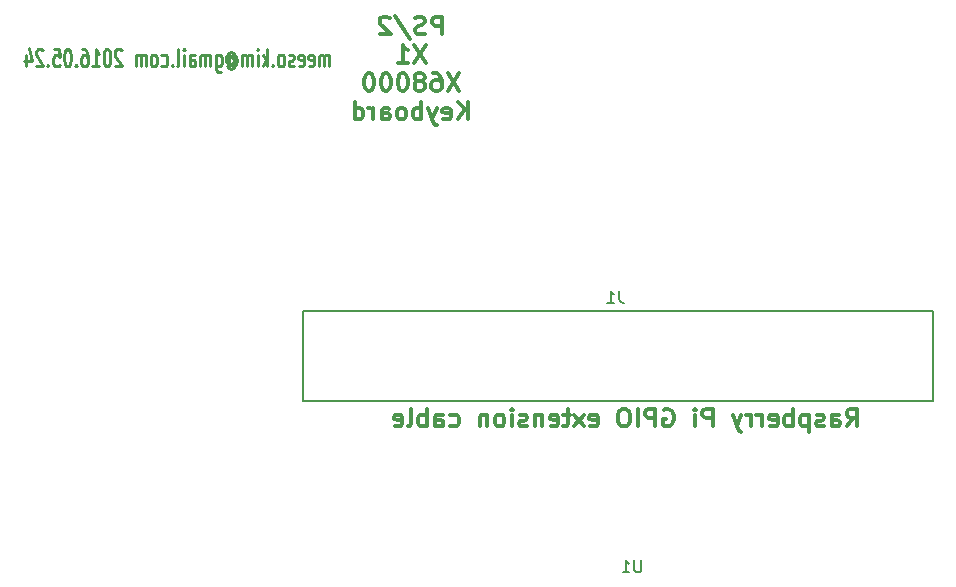
<source format=gbo>
G04 #@! TF.FileFunction,Legend,Bot*
%FSLAX46Y46*%
G04 Gerber Fmt 4.6, Leading zero omitted, Abs format (unit mm)*
G04 Created by KiCad (PCBNEW 4.0.2-stable) date 2016-05-24 오전 1:59:57*
%MOMM*%
G01*
G04 APERTURE LIST*
%ADD10C,0.100000*%
%ADD11C,0.250000*%
%ADD12C,0.300000*%
%ADD13C,0.150000*%
G04 APERTURE END LIST*
D10*
D11*
X120426142Y-68750571D02*
X120426142Y-67750571D01*
X120426142Y-67893429D02*
X120378523Y-67822000D01*
X120283285Y-67750571D01*
X120140427Y-67750571D01*
X120045189Y-67822000D01*
X119997570Y-67964857D01*
X119997570Y-68750571D01*
X119997570Y-67964857D02*
X119949951Y-67822000D01*
X119854713Y-67750571D01*
X119711856Y-67750571D01*
X119616618Y-67822000D01*
X119568999Y-67964857D01*
X119568999Y-68750571D01*
X118711856Y-68679143D02*
X118807094Y-68750571D01*
X118997571Y-68750571D01*
X119092809Y-68679143D01*
X119140428Y-68536286D01*
X119140428Y-67964857D01*
X119092809Y-67822000D01*
X118997571Y-67750571D01*
X118807094Y-67750571D01*
X118711856Y-67822000D01*
X118664237Y-67964857D01*
X118664237Y-68107714D01*
X119140428Y-68250571D01*
X117854713Y-68679143D02*
X117949951Y-68750571D01*
X118140428Y-68750571D01*
X118235666Y-68679143D01*
X118283285Y-68536286D01*
X118283285Y-67964857D01*
X118235666Y-67822000D01*
X118140428Y-67750571D01*
X117949951Y-67750571D01*
X117854713Y-67822000D01*
X117807094Y-67964857D01*
X117807094Y-68107714D01*
X118283285Y-68250571D01*
X117426142Y-68679143D02*
X117330904Y-68750571D01*
X117140428Y-68750571D01*
X117045189Y-68679143D01*
X116997570Y-68536286D01*
X116997570Y-68464857D01*
X117045189Y-68322000D01*
X117140428Y-68250571D01*
X117283285Y-68250571D01*
X117378523Y-68179143D01*
X117426142Y-68036286D01*
X117426142Y-67964857D01*
X117378523Y-67822000D01*
X117283285Y-67750571D01*
X117140428Y-67750571D01*
X117045189Y-67822000D01*
X116426142Y-68750571D02*
X116521380Y-68679143D01*
X116568999Y-68607714D01*
X116616618Y-68464857D01*
X116616618Y-68036286D01*
X116568999Y-67893429D01*
X116521380Y-67822000D01*
X116426142Y-67750571D01*
X116283284Y-67750571D01*
X116188046Y-67822000D01*
X116140427Y-67893429D01*
X116092808Y-68036286D01*
X116092808Y-68464857D01*
X116140427Y-68607714D01*
X116188046Y-68679143D01*
X116283284Y-68750571D01*
X116426142Y-68750571D01*
X115664237Y-68607714D02*
X115616618Y-68679143D01*
X115664237Y-68750571D01*
X115711856Y-68679143D01*
X115664237Y-68607714D01*
X115664237Y-68750571D01*
X115188047Y-68750571D02*
X115188047Y-67250571D01*
X115092809Y-68179143D02*
X114807094Y-68750571D01*
X114807094Y-67750571D02*
X115188047Y-68322000D01*
X114378523Y-68750571D02*
X114378523Y-67750571D01*
X114378523Y-67250571D02*
X114426142Y-67322000D01*
X114378523Y-67393429D01*
X114330904Y-67322000D01*
X114378523Y-67250571D01*
X114378523Y-67393429D01*
X113902333Y-68750571D02*
X113902333Y-67750571D01*
X113902333Y-67893429D02*
X113854714Y-67822000D01*
X113759476Y-67750571D01*
X113616618Y-67750571D01*
X113521380Y-67822000D01*
X113473761Y-67964857D01*
X113473761Y-68750571D01*
X113473761Y-67964857D02*
X113426142Y-67822000D01*
X113330904Y-67750571D01*
X113188047Y-67750571D01*
X113092809Y-67822000D01*
X113045190Y-67964857D01*
X113045190Y-68750571D01*
X111949952Y-68036286D02*
X111997571Y-67964857D01*
X112092809Y-67893429D01*
X112188047Y-67893429D01*
X112283285Y-67964857D01*
X112330905Y-68036286D01*
X112378524Y-68179143D01*
X112378524Y-68322000D01*
X112330905Y-68464857D01*
X112283285Y-68536286D01*
X112188047Y-68607714D01*
X112092809Y-68607714D01*
X111997571Y-68536286D01*
X111949952Y-68464857D01*
X111949952Y-67893429D02*
X111949952Y-68464857D01*
X111902333Y-68536286D01*
X111854714Y-68536286D01*
X111759476Y-68464857D01*
X111711857Y-68322000D01*
X111711857Y-67964857D01*
X111807095Y-67750571D01*
X111949952Y-67607714D01*
X112140428Y-67536286D01*
X112330905Y-67607714D01*
X112473762Y-67750571D01*
X112569000Y-67964857D01*
X112616619Y-68250571D01*
X112569000Y-68536286D01*
X112473762Y-68750571D01*
X112330905Y-68893429D01*
X112140428Y-68964857D01*
X111949952Y-68893429D01*
X111807095Y-68750571D01*
X110854714Y-67750571D02*
X110854714Y-68964857D01*
X110902333Y-69107714D01*
X110949952Y-69179143D01*
X111045191Y-69250571D01*
X111188048Y-69250571D01*
X111283286Y-69179143D01*
X110854714Y-68679143D02*
X110949952Y-68750571D01*
X111140429Y-68750571D01*
X111235667Y-68679143D01*
X111283286Y-68607714D01*
X111330905Y-68464857D01*
X111330905Y-68036286D01*
X111283286Y-67893429D01*
X111235667Y-67822000D01*
X111140429Y-67750571D01*
X110949952Y-67750571D01*
X110854714Y-67822000D01*
X110378524Y-68750571D02*
X110378524Y-67750571D01*
X110378524Y-67893429D02*
X110330905Y-67822000D01*
X110235667Y-67750571D01*
X110092809Y-67750571D01*
X109997571Y-67822000D01*
X109949952Y-67964857D01*
X109949952Y-68750571D01*
X109949952Y-67964857D02*
X109902333Y-67822000D01*
X109807095Y-67750571D01*
X109664238Y-67750571D01*
X109569000Y-67822000D01*
X109521381Y-67964857D01*
X109521381Y-68750571D01*
X108616619Y-68750571D02*
X108616619Y-67964857D01*
X108664238Y-67822000D01*
X108759476Y-67750571D01*
X108949953Y-67750571D01*
X109045191Y-67822000D01*
X108616619Y-68679143D02*
X108711857Y-68750571D01*
X108949953Y-68750571D01*
X109045191Y-68679143D01*
X109092810Y-68536286D01*
X109092810Y-68393429D01*
X109045191Y-68250571D01*
X108949953Y-68179143D01*
X108711857Y-68179143D01*
X108616619Y-68107714D01*
X108140429Y-68750571D02*
X108140429Y-67750571D01*
X108140429Y-67250571D02*
X108188048Y-67322000D01*
X108140429Y-67393429D01*
X108092810Y-67322000D01*
X108140429Y-67250571D01*
X108140429Y-67393429D01*
X107521382Y-68750571D02*
X107616620Y-68679143D01*
X107664239Y-68536286D01*
X107664239Y-67250571D01*
X107140429Y-68607714D02*
X107092810Y-68679143D01*
X107140429Y-68750571D01*
X107188048Y-68679143D01*
X107140429Y-68607714D01*
X107140429Y-68750571D01*
X106235667Y-68679143D02*
X106330905Y-68750571D01*
X106521382Y-68750571D01*
X106616620Y-68679143D01*
X106664239Y-68607714D01*
X106711858Y-68464857D01*
X106711858Y-68036286D01*
X106664239Y-67893429D01*
X106616620Y-67822000D01*
X106521382Y-67750571D01*
X106330905Y-67750571D01*
X106235667Y-67822000D01*
X105664239Y-68750571D02*
X105759477Y-68679143D01*
X105807096Y-68607714D01*
X105854715Y-68464857D01*
X105854715Y-68036286D01*
X105807096Y-67893429D01*
X105759477Y-67822000D01*
X105664239Y-67750571D01*
X105521381Y-67750571D01*
X105426143Y-67822000D01*
X105378524Y-67893429D01*
X105330905Y-68036286D01*
X105330905Y-68464857D01*
X105378524Y-68607714D01*
X105426143Y-68679143D01*
X105521381Y-68750571D01*
X105664239Y-68750571D01*
X104902334Y-68750571D02*
X104902334Y-67750571D01*
X104902334Y-67893429D02*
X104854715Y-67822000D01*
X104759477Y-67750571D01*
X104616619Y-67750571D01*
X104521381Y-67822000D01*
X104473762Y-67964857D01*
X104473762Y-68750571D01*
X104473762Y-67964857D02*
X104426143Y-67822000D01*
X104330905Y-67750571D01*
X104188048Y-67750571D01*
X104092810Y-67822000D01*
X104045191Y-67964857D01*
X104045191Y-68750571D01*
X102854715Y-67393429D02*
X102807096Y-67322000D01*
X102711858Y-67250571D01*
X102473762Y-67250571D01*
X102378524Y-67322000D01*
X102330905Y-67393429D01*
X102283286Y-67536286D01*
X102283286Y-67679143D01*
X102330905Y-67893429D01*
X102902334Y-68750571D01*
X102283286Y-68750571D01*
X101664239Y-67250571D02*
X101569000Y-67250571D01*
X101473762Y-67322000D01*
X101426143Y-67393429D01*
X101378524Y-67536286D01*
X101330905Y-67822000D01*
X101330905Y-68179143D01*
X101378524Y-68464857D01*
X101426143Y-68607714D01*
X101473762Y-68679143D01*
X101569000Y-68750571D01*
X101664239Y-68750571D01*
X101759477Y-68679143D01*
X101807096Y-68607714D01*
X101854715Y-68464857D01*
X101902334Y-68179143D01*
X101902334Y-67822000D01*
X101854715Y-67536286D01*
X101807096Y-67393429D01*
X101759477Y-67322000D01*
X101664239Y-67250571D01*
X100378524Y-68750571D02*
X100949953Y-68750571D01*
X100664239Y-68750571D02*
X100664239Y-67250571D01*
X100759477Y-67464857D01*
X100854715Y-67607714D01*
X100949953Y-67679143D01*
X99521381Y-67250571D02*
X99711858Y-67250571D01*
X99807096Y-67322000D01*
X99854715Y-67393429D01*
X99949953Y-67607714D01*
X99997572Y-67893429D01*
X99997572Y-68464857D01*
X99949953Y-68607714D01*
X99902334Y-68679143D01*
X99807096Y-68750571D01*
X99616619Y-68750571D01*
X99521381Y-68679143D01*
X99473762Y-68607714D01*
X99426143Y-68464857D01*
X99426143Y-68107714D01*
X99473762Y-67964857D01*
X99521381Y-67893429D01*
X99616619Y-67822000D01*
X99807096Y-67822000D01*
X99902334Y-67893429D01*
X99949953Y-67964857D01*
X99997572Y-68107714D01*
X98997572Y-68607714D02*
X98949953Y-68679143D01*
X98997572Y-68750571D01*
X99045191Y-68679143D01*
X98997572Y-68607714D01*
X98997572Y-68750571D01*
X98330906Y-67250571D02*
X98235667Y-67250571D01*
X98140429Y-67322000D01*
X98092810Y-67393429D01*
X98045191Y-67536286D01*
X97997572Y-67822000D01*
X97997572Y-68179143D01*
X98045191Y-68464857D01*
X98092810Y-68607714D01*
X98140429Y-68679143D01*
X98235667Y-68750571D01*
X98330906Y-68750571D01*
X98426144Y-68679143D01*
X98473763Y-68607714D01*
X98521382Y-68464857D01*
X98569001Y-68179143D01*
X98569001Y-67822000D01*
X98521382Y-67536286D01*
X98473763Y-67393429D01*
X98426144Y-67322000D01*
X98330906Y-67250571D01*
X97092810Y-67250571D02*
X97569001Y-67250571D01*
X97616620Y-67964857D01*
X97569001Y-67893429D01*
X97473763Y-67822000D01*
X97235667Y-67822000D01*
X97140429Y-67893429D01*
X97092810Y-67964857D01*
X97045191Y-68107714D01*
X97045191Y-68464857D01*
X97092810Y-68607714D01*
X97140429Y-68679143D01*
X97235667Y-68750571D01*
X97473763Y-68750571D01*
X97569001Y-68679143D01*
X97616620Y-68607714D01*
X96616620Y-68607714D02*
X96569001Y-68679143D01*
X96616620Y-68750571D01*
X96664239Y-68679143D01*
X96616620Y-68607714D01*
X96616620Y-68750571D01*
X96188049Y-67393429D02*
X96140430Y-67322000D01*
X96045192Y-67250571D01*
X95807096Y-67250571D01*
X95711858Y-67322000D01*
X95664239Y-67393429D01*
X95616620Y-67536286D01*
X95616620Y-67679143D01*
X95664239Y-67893429D01*
X96235668Y-68750571D01*
X95616620Y-68750571D01*
X94759477Y-67750571D02*
X94759477Y-68750571D01*
X94997573Y-67179143D02*
X95235668Y-68250571D01*
X94616620Y-68250571D01*
D12*
X129988142Y-66039571D02*
X129988142Y-64539571D01*
X129416714Y-64539571D01*
X129273856Y-64611000D01*
X129202428Y-64682429D01*
X129130999Y-64825286D01*
X129130999Y-65039571D01*
X129202428Y-65182429D01*
X129273856Y-65253857D01*
X129416714Y-65325286D01*
X129988142Y-65325286D01*
X128559571Y-65968143D02*
X128345285Y-66039571D01*
X127988142Y-66039571D01*
X127845285Y-65968143D01*
X127773856Y-65896714D01*
X127702428Y-65753857D01*
X127702428Y-65611000D01*
X127773856Y-65468143D01*
X127845285Y-65396714D01*
X127988142Y-65325286D01*
X128273856Y-65253857D01*
X128416714Y-65182429D01*
X128488142Y-65111000D01*
X128559571Y-64968143D01*
X128559571Y-64825286D01*
X128488142Y-64682429D01*
X128416714Y-64611000D01*
X128273856Y-64539571D01*
X127916714Y-64539571D01*
X127702428Y-64611000D01*
X125988143Y-64468143D02*
X127273857Y-66396714D01*
X125559571Y-64682429D02*
X125488142Y-64611000D01*
X125345285Y-64539571D01*
X124988142Y-64539571D01*
X124845285Y-64611000D01*
X124773856Y-64682429D01*
X124702428Y-64825286D01*
X124702428Y-64968143D01*
X124773856Y-65182429D01*
X125630999Y-66039571D01*
X124702428Y-66039571D01*
X128595285Y-66939571D02*
X127595285Y-68439571D01*
X127595285Y-66939571D02*
X128595285Y-68439571D01*
X126238143Y-68439571D02*
X127095286Y-68439571D01*
X126666714Y-68439571D02*
X126666714Y-66939571D01*
X126809571Y-67153857D01*
X126952429Y-67296714D01*
X127095286Y-67368143D01*
X131452427Y-69339571D02*
X130452427Y-70839571D01*
X130452427Y-69339571D02*
X131452427Y-70839571D01*
X129238142Y-69339571D02*
X129523856Y-69339571D01*
X129666713Y-69411000D01*
X129738142Y-69482429D01*
X129880999Y-69696714D01*
X129952428Y-69982429D01*
X129952428Y-70553857D01*
X129880999Y-70696714D01*
X129809571Y-70768143D01*
X129666713Y-70839571D01*
X129380999Y-70839571D01*
X129238142Y-70768143D01*
X129166713Y-70696714D01*
X129095285Y-70553857D01*
X129095285Y-70196714D01*
X129166713Y-70053857D01*
X129238142Y-69982429D01*
X129380999Y-69911000D01*
X129666713Y-69911000D01*
X129809571Y-69982429D01*
X129880999Y-70053857D01*
X129952428Y-70196714D01*
X128238142Y-69982429D02*
X128381000Y-69911000D01*
X128452428Y-69839571D01*
X128523857Y-69696714D01*
X128523857Y-69625286D01*
X128452428Y-69482429D01*
X128381000Y-69411000D01*
X128238142Y-69339571D01*
X127952428Y-69339571D01*
X127809571Y-69411000D01*
X127738142Y-69482429D01*
X127666714Y-69625286D01*
X127666714Y-69696714D01*
X127738142Y-69839571D01*
X127809571Y-69911000D01*
X127952428Y-69982429D01*
X128238142Y-69982429D01*
X128381000Y-70053857D01*
X128452428Y-70125286D01*
X128523857Y-70268143D01*
X128523857Y-70553857D01*
X128452428Y-70696714D01*
X128381000Y-70768143D01*
X128238142Y-70839571D01*
X127952428Y-70839571D01*
X127809571Y-70768143D01*
X127738142Y-70696714D01*
X127666714Y-70553857D01*
X127666714Y-70268143D01*
X127738142Y-70125286D01*
X127809571Y-70053857D01*
X127952428Y-69982429D01*
X126738143Y-69339571D02*
X126595286Y-69339571D01*
X126452429Y-69411000D01*
X126381000Y-69482429D01*
X126309571Y-69625286D01*
X126238143Y-69911000D01*
X126238143Y-70268143D01*
X126309571Y-70553857D01*
X126381000Y-70696714D01*
X126452429Y-70768143D01*
X126595286Y-70839571D01*
X126738143Y-70839571D01*
X126881000Y-70768143D01*
X126952429Y-70696714D01*
X127023857Y-70553857D01*
X127095286Y-70268143D01*
X127095286Y-69911000D01*
X127023857Y-69625286D01*
X126952429Y-69482429D01*
X126881000Y-69411000D01*
X126738143Y-69339571D01*
X125309572Y-69339571D02*
X125166715Y-69339571D01*
X125023858Y-69411000D01*
X124952429Y-69482429D01*
X124881000Y-69625286D01*
X124809572Y-69911000D01*
X124809572Y-70268143D01*
X124881000Y-70553857D01*
X124952429Y-70696714D01*
X125023858Y-70768143D01*
X125166715Y-70839571D01*
X125309572Y-70839571D01*
X125452429Y-70768143D01*
X125523858Y-70696714D01*
X125595286Y-70553857D01*
X125666715Y-70268143D01*
X125666715Y-69911000D01*
X125595286Y-69625286D01*
X125523858Y-69482429D01*
X125452429Y-69411000D01*
X125309572Y-69339571D01*
X123881001Y-69339571D02*
X123738144Y-69339571D01*
X123595287Y-69411000D01*
X123523858Y-69482429D01*
X123452429Y-69625286D01*
X123381001Y-69911000D01*
X123381001Y-70268143D01*
X123452429Y-70553857D01*
X123523858Y-70696714D01*
X123595287Y-70768143D01*
X123738144Y-70839571D01*
X123881001Y-70839571D01*
X124023858Y-70768143D01*
X124095287Y-70696714D01*
X124166715Y-70553857D01*
X124238144Y-70268143D01*
X124238144Y-69911000D01*
X124166715Y-69625286D01*
X124095287Y-69482429D01*
X124023858Y-69411000D01*
X123881001Y-69339571D01*
X132166714Y-73239571D02*
X132166714Y-71739571D01*
X131309571Y-73239571D02*
X131952428Y-72382429D01*
X131309571Y-71739571D02*
X132166714Y-72596714D01*
X130095286Y-73168143D02*
X130238143Y-73239571D01*
X130523857Y-73239571D01*
X130666714Y-73168143D01*
X130738143Y-73025286D01*
X130738143Y-72453857D01*
X130666714Y-72311000D01*
X130523857Y-72239571D01*
X130238143Y-72239571D01*
X130095286Y-72311000D01*
X130023857Y-72453857D01*
X130023857Y-72596714D01*
X130738143Y-72739571D01*
X129523857Y-72239571D02*
X129166714Y-73239571D01*
X128809572Y-72239571D02*
X129166714Y-73239571D01*
X129309572Y-73596714D01*
X129381000Y-73668143D01*
X129523857Y-73739571D01*
X128238143Y-73239571D02*
X128238143Y-71739571D01*
X128238143Y-72311000D02*
X128095286Y-72239571D01*
X127809572Y-72239571D01*
X127666715Y-72311000D01*
X127595286Y-72382429D01*
X127523857Y-72525286D01*
X127523857Y-72953857D01*
X127595286Y-73096714D01*
X127666715Y-73168143D01*
X127809572Y-73239571D01*
X128095286Y-73239571D01*
X128238143Y-73168143D01*
X126666714Y-73239571D02*
X126809572Y-73168143D01*
X126881000Y-73096714D01*
X126952429Y-72953857D01*
X126952429Y-72525286D01*
X126881000Y-72382429D01*
X126809572Y-72311000D01*
X126666714Y-72239571D01*
X126452429Y-72239571D01*
X126309572Y-72311000D01*
X126238143Y-72382429D01*
X126166714Y-72525286D01*
X126166714Y-72953857D01*
X126238143Y-73096714D01*
X126309572Y-73168143D01*
X126452429Y-73239571D01*
X126666714Y-73239571D01*
X124881000Y-73239571D02*
X124881000Y-72453857D01*
X124952429Y-72311000D01*
X125095286Y-72239571D01*
X125381000Y-72239571D01*
X125523857Y-72311000D01*
X124881000Y-73168143D02*
X125023857Y-73239571D01*
X125381000Y-73239571D01*
X125523857Y-73168143D01*
X125595286Y-73025286D01*
X125595286Y-72882429D01*
X125523857Y-72739571D01*
X125381000Y-72668143D01*
X125023857Y-72668143D01*
X124881000Y-72596714D01*
X124166714Y-73239571D02*
X124166714Y-72239571D01*
X124166714Y-72525286D02*
X124095286Y-72382429D01*
X124023857Y-72311000D01*
X123881000Y-72239571D01*
X123738143Y-72239571D01*
X122595286Y-73239571D02*
X122595286Y-71739571D01*
X122595286Y-73168143D02*
X122738143Y-73239571D01*
X123023857Y-73239571D01*
X123166715Y-73168143D01*
X123238143Y-73096714D01*
X123309572Y-72953857D01*
X123309572Y-72525286D01*
X123238143Y-72382429D01*
X123166715Y-72311000D01*
X123023857Y-72239571D01*
X122738143Y-72239571D01*
X122595286Y-72311000D01*
X164254285Y-99228571D02*
X164754285Y-98514286D01*
X165111428Y-99228571D02*
X165111428Y-97728571D01*
X164540000Y-97728571D01*
X164397142Y-97800000D01*
X164325714Y-97871429D01*
X164254285Y-98014286D01*
X164254285Y-98228571D01*
X164325714Y-98371429D01*
X164397142Y-98442857D01*
X164540000Y-98514286D01*
X165111428Y-98514286D01*
X162968571Y-99228571D02*
X162968571Y-98442857D01*
X163040000Y-98300000D01*
X163182857Y-98228571D01*
X163468571Y-98228571D01*
X163611428Y-98300000D01*
X162968571Y-99157143D02*
X163111428Y-99228571D01*
X163468571Y-99228571D01*
X163611428Y-99157143D01*
X163682857Y-99014286D01*
X163682857Y-98871429D01*
X163611428Y-98728571D01*
X163468571Y-98657143D01*
X163111428Y-98657143D01*
X162968571Y-98585714D01*
X162325714Y-99157143D02*
X162182857Y-99228571D01*
X161897142Y-99228571D01*
X161754285Y-99157143D01*
X161682857Y-99014286D01*
X161682857Y-98942857D01*
X161754285Y-98800000D01*
X161897142Y-98728571D01*
X162111428Y-98728571D01*
X162254285Y-98657143D01*
X162325714Y-98514286D01*
X162325714Y-98442857D01*
X162254285Y-98300000D01*
X162111428Y-98228571D01*
X161897142Y-98228571D01*
X161754285Y-98300000D01*
X161039999Y-98228571D02*
X161039999Y-99728571D01*
X161039999Y-98300000D02*
X160897142Y-98228571D01*
X160611428Y-98228571D01*
X160468571Y-98300000D01*
X160397142Y-98371429D01*
X160325713Y-98514286D01*
X160325713Y-98942857D01*
X160397142Y-99085714D01*
X160468571Y-99157143D01*
X160611428Y-99228571D01*
X160897142Y-99228571D01*
X161039999Y-99157143D01*
X159682856Y-99228571D02*
X159682856Y-97728571D01*
X159682856Y-98300000D02*
X159539999Y-98228571D01*
X159254285Y-98228571D01*
X159111428Y-98300000D01*
X159039999Y-98371429D01*
X158968570Y-98514286D01*
X158968570Y-98942857D01*
X159039999Y-99085714D01*
X159111428Y-99157143D01*
X159254285Y-99228571D01*
X159539999Y-99228571D01*
X159682856Y-99157143D01*
X157754285Y-99157143D02*
X157897142Y-99228571D01*
X158182856Y-99228571D01*
X158325713Y-99157143D01*
X158397142Y-99014286D01*
X158397142Y-98442857D01*
X158325713Y-98300000D01*
X158182856Y-98228571D01*
X157897142Y-98228571D01*
X157754285Y-98300000D01*
X157682856Y-98442857D01*
X157682856Y-98585714D01*
X158397142Y-98728571D01*
X157039999Y-99228571D02*
X157039999Y-98228571D01*
X157039999Y-98514286D02*
X156968571Y-98371429D01*
X156897142Y-98300000D01*
X156754285Y-98228571D01*
X156611428Y-98228571D01*
X156111428Y-99228571D02*
X156111428Y-98228571D01*
X156111428Y-98514286D02*
X156040000Y-98371429D01*
X155968571Y-98300000D01*
X155825714Y-98228571D01*
X155682857Y-98228571D01*
X155325714Y-98228571D02*
X154968571Y-99228571D01*
X154611429Y-98228571D02*
X154968571Y-99228571D01*
X155111429Y-99585714D01*
X155182857Y-99657143D01*
X155325714Y-99728571D01*
X152897143Y-99228571D02*
X152897143Y-97728571D01*
X152325715Y-97728571D01*
X152182857Y-97800000D01*
X152111429Y-97871429D01*
X152040000Y-98014286D01*
X152040000Y-98228571D01*
X152111429Y-98371429D01*
X152182857Y-98442857D01*
X152325715Y-98514286D01*
X152897143Y-98514286D01*
X151397143Y-99228571D02*
X151397143Y-98228571D01*
X151397143Y-97728571D02*
X151468572Y-97800000D01*
X151397143Y-97871429D01*
X151325715Y-97800000D01*
X151397143Y-97728571D01*
X151397143Y-97871429D01*
X148754286Y-97800000D02*
X148897143Y-97728571D01*
X149111429Y-97728571D01*
X149325714Y-97800000D01*
X149468572Y-97942857D01*
X149540000Y-98085714D01*
X149611429Y-98371429D01*
X149611429Y-98585714D01*
X149540000Y-98871429D01*
X149468572Y-99014286D01*
X149325714Y-99157143D01*
X149111429Y-99228571D01*
X148968572Y-99228571D01*
X148754286Y-99157143D01*
X148682857Y-99085714D01*
X148682857Y-98585714D01*
X148968572Y-98585714D01*
X148040000Y-99228571D02*
X148040000Y-97728571D01*
X147468572Y-97728571D01*
X147325714Y-97800000D01*
X147254286Y-97871429D01*
X147182857Y-98014286D01*
X147182857Y-98228571D01*
X147254286Y-98371429D01*
X147325714Y-98442857D01*
X147468572Y-98514286D01*
X148040000Y-98514286D01*
X146540000Y-99228571D02*
X146540000Y-97728571D01*
X145540000Y-97728571D02*
X145254286Y-97728571D01*
X145111428Y-97800000D01*
X144968571Y-97942857D01*
X144897143Y-98228571D01*
X144897143Y-98728571D01*
X144968571Y-99014286D01*
X145111428Y-99157143D01*
X145254286Y-99228571D01*
X145540000Y-99228571D01*
X145682857Y-99157143D01*
X145825714Y-99014286D01*
X145897143Y-98728571D01*
X145897143Y-98228571D01*
X145825714Y-97942857D01*
X145682857Y-97800000D01*
X145540000Y-97728571D01*
X142540000Y-99157143D02*
X142682857Y-99228571D01*
X142968571Y-99228571D01*
X143111428Y-99157143D01*
X143182857Y-99014286D01*
X143182857Y-98442857D01*
X143111428Y-98300000D01*
X142968571Y-98228571D01*
X142682857Y-98228571D01*
X142540000Y-98300000D01*
X142468571Y-98442857D01*
X142468571Y-98585714D01*
X143182857Y-98728571D01*
X141968571Y-99228571D02*
X141182857Y-98228571D01*
X141968571Y-98228571D02*
X141182857Y-99228571D01*
X140825714Y-98228571D02*
X140254285Y-98228571D01*
X140611428Y-97728571D02*
X140611428Y-99014286D01*
X140540000Y-99157143D01*
X140397142Y-99228571D01*
X140254285Y-99228571D01*
X139182857Y-99157143D02*
X139325714Y-99228571D01*
X139611428Y-99228571D01*
X139754285Y-99157143D01*
X139825714Y-99014286D01*
X139825714Y-98442857D01*
X139754285Y-98300000D01*
X139611428Y-98228571D01*
X139325714Y-98228571D01*
X139182857Y-98300000D01*
X139111428Y-98442857D01*
X139111428Y-98585714D01*
X139825714Y-98728571D01*
X138468571Y-98228571D02*
X138468571Y-99228571D01*
X138468571Y-98371429D02*
X138397143Y-98300000D01*
X138254285Y-98228571D01*
X138040000Y-98228571D01*
X137897143Y-98300000D01*
X137825714Y-98442857D01*
X137825714Y-99228571D01*
X137182857Y-99157143D02*
X137040000Y-99228571D01*
X136754285Y-99228571D01*
X136611428Y-99157143D01*
X136540000Y-99014286D01*
X136540000Y-98942857D01*
X136611428Y-98800000D01*
X136754285Y-98728571D01*
X136968571Y-98728571D01*
X137111428Y-98657143D01*
X137182857Y-98514286D01*
X137182857Y-98442857D01*
X137111428Y-98300000D01*
X136968571Y-98228571D01*
X136754285Y-98228571D01*
X136611428Y-98300000D01*
X135897142Y-99228571D02*
X135897142Y-98228571D01*
X135897142Y-97728571D02*
X135968571Y-97800000D01*
X135897142Y-97871429D01*
X135825714Y-97800000D01*
X135897142Y-97728571D01*
X135897142Y-97871429D01*
X134968570Y-99228571D02*
X135111428Y-99157143D01*
X135182856Y-99085714D01*
X135254285Y-98942857D01*
X135254285Y-98514286D01*
X135182856Y-98371429D01*
X135111428Y-98300000D01*
X134968570Y-98228571D01*
X134754285Y-98228571D01*
X134611428Y-98300000D01*
X134539999Y-98371429D01*
X134468570Y-98514286D01*
X134468570Y-98942857D01*
X134539999Y-99085714D01*
X134611428Y-99157143D01*
X134754285Y-99228571D01*
X134968570Y-99228571D01*
X133825713Y-98228571D02*
X133825713Y-99228571D01*
X133825713Y-98371429D02*
X133754285Y-98300000D01*
X133611427Y-98228571D01*
X133397142Y-98228571D01*
X133254285Y-98300000D01*
X133182856Y-98442857D01*
X133182856Y-99228571D01*
X130682856Y-99157143D02*
X130825713Y-99228571D01*
X131111427Y-99228571D01*
X131254285Y-99157143D01*
X131325713Y-99085714D01*
X131397142Y-98942857D01*
X131397142Y-98514286D01*
X131325713Y-98371429D01*
X131254285Y-98300000D01*
X131111427Y-98228571D01*
X130825713Y-98228571D01*
X130682856Y-98300000D01*
X129397142Y-99228571D02*
X129397142Y-98442857D01*
X129468571Y-98300000D01*
X129611428Y-98228571D01*
X129897142Y-98228571D01*
X130039999Y-98300000D01*
X129397142Y-99157143D02*
X129539999Y-99228571D01*
X129897142Y-99228571D01*
X130039999Y-99157143D01*
X130111428Y-99014286D01*
X130111428Y-98871429D01*
X130039999Y-98728571D01*
X129897142Y-98657143D01*
X129539999Y-98657143D01*
X129397142Y-98585714D01*
X128682856Y-99228571D02*
X128682856Y-97728571D01*
X128682856Y-98300000D02*
X128539999Y-98228571D01*
X128254285Y-98228571D01*
X128111428Y-98300000D01*
X128039999Y-98371429D01*
X127968570Y-98514286D01*
X127968570Y-98942857D01*
X128039999Y-99085714D01*
X128111428Y-99157143D01*
X128254285Y-99228571D01*
X128539999Y-99228571D01*
X128682856Y-99157143D01*
X127111427Y-99228571D02*
X127254285Y-99157143D01*
X127325713Y-99014286D01*
X127325713Y-97728571D01*
X125968571Y-99157143D02*
X126111428Y-99228571D01*
X126397142Y-99228571D01*
X126539999Y-99157143D01*
X126611428Y-99014286D01*
X126611428Y-98442857D01*
X126539999Y-98300000D01*
X126397142Y-98228571D01*
X126111428Y-98228571D01*
X125968571Y-98300000D01*
X125897142Y-98442857D01*
X125897142Y-98585714D01*
X126611428Y-98728571D01*
D13*
X118210000Y-97080000D02*
X118210000Y-89460000D01*
X118210000Y-89460000D02*
X171550000Y-89460000D01*
X171550000Y-89460000D02*
X171550000Y-97080000D01*
X171550000Y-97080000D02*
X118210000Y-97080000D01*
X146848405Y-110564681D02*
X146848405Y-111374205D01*
X146800786Y-111469443D01*
X146753167Y-111517062D01*
X146657929Y-111564681D01*
X146467452Y-111564681D01*
X146372214Y-111517062D01*
X146324595Y-111469443D01*
X146276976Y-111374205D01*
X146276976Y-110564681D01*
X145276976Y-111564681D02*
X145848405Y-111564681D01*
X145562691Y-111564681D02*
X145562691Y-110564681D01*
X145657929Y-110707538D01*
X145753167Y-110802776D01*
X145848405Y-110850395D01*
X144997433Y-87751601D02*
X144997433Y-88465887D01*
X145045053Y-88608744D01*
X145140291Y-88703982D01*
X145283148Y-88751601D01*
X145378386Y-88751601D01*
X143997433Y-88751601D02*
X144568862Y-88751601D01*
X144283148Y-88751601D02*
X144283148Y-87751601D01*
X144378386Y-87894458D01*
X144473624Y-87989696D01*
X144568862Y-88037315D01*
M02*

</source>
